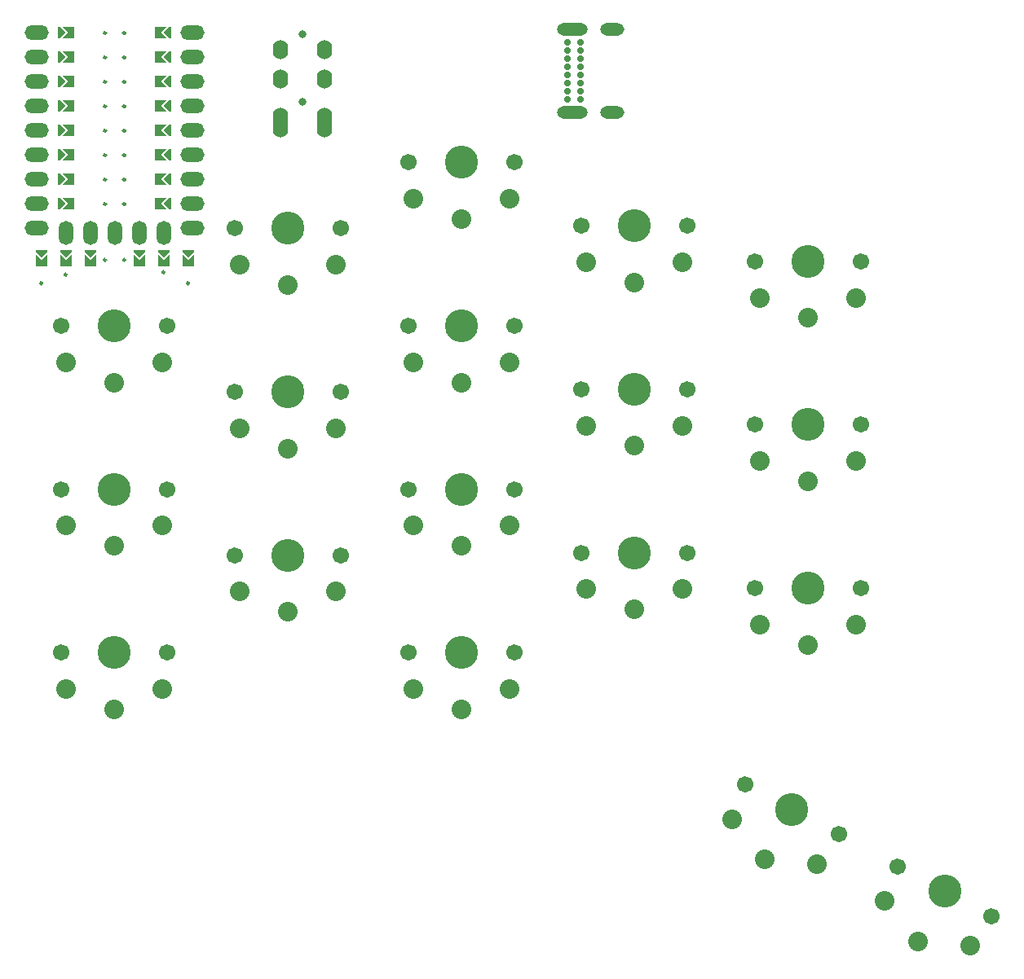
<source format=gbr>
%TF.GenerationSoftware,KiCad,Pcbnew,7.0.6*%
%TF.CreationDate,2023-11-22T12:36:20+08:00*%
%TF.ProjectId,tenten,74656e74-656e-42e6-9b69-6361645f7063,rev?*%
%TF.SameCoordinates,Original*%
%TF.FileFunction,Soldermask,Bot*%
%TF.FilePolarity,Negative*%
%FSLAX46Y46*%
G04 Gerber Fmt 4.6, Leading zero omitted, Abs format (unit mm)*
G04 Created by KiCad (PCBNEW 7.0.6) date 2023-11-22 12:36:20*
%MOMM*%
%LPD*%
G01*
G04 APERTURE LIST*
G04 Aperture macros list*
%AMFreePoly0*
4,1,6,0.600000,-0.250000,-0.600000,-0.250000,-0.600000,1.000000,0.000000,0.400000,0.600000,1.000000,0.600000,-0.250000,0.600000,-0.250000,$1*%
%AMFreePoly1*
4,1,6,0.600000,0.200000,0.000000,-0.400000,-0.600000,0.200000,-0.600000,0.400000,0.600000,0.400000,0.600000,0.200000,0.600000,0.200000,$1*%
G04 Aperture macros list end*
%ADD10C,0.250000*%
%ADD11C,1.701800*%
%ADD12C,3.429000*%
%ADD13C,2.032000*%
%ADD14C,0.700000*%
%ADD15O,3.200000X1.300000*%
%ADD16O,2.500000X1.300000*%
%ADD17FreePoly0,270.000000*%
%ADD18FreePoly0,0.000000*%
%ADD19O,1.500000X2.500000*%
%ADD20FreePoly0,90.000000*%
%ADD21O,2.500000X1.500000*%
%ADD22FreePoly1,90.000000*%
%ADD23FreePoly1,0.000000*%
%ADD24FreePoly1,270.000000*%
%ADD25C,0.800000*%
%ADD26O,1.600000X2.000000*%
G04 APERTURE END LIST*
D10*
%TO.C,U1*%
X64975000Y-64529000D02*
G75*
G03*
X64975000Y-64529000I-125000J0D01*
G01*
X67515000Y-63640000D02*
G75*
G03*
X67515000Y-63640000I-125000J0D01*
G01*
X71595000Y-38510000D02*
G75*
G03*
X71595000Y-38510000I-125000J0D01*
G01*
X71595000Y-41050000D02*
G75*
G03*
X71595000Y-41050000I-125000J0D01*
G01*
X71595000Y-43590000D02*
G75*
G03*
X71595000Y-43590000I-125000J0D01*
G01*
X71595000Y-46130000D02*
G75*
G03*
X71595000Y-46130000I-125000J0D01*
G01*
X71595000Y-48670000D02*
G75*
G03*
X71595000Y-48670000I-125000J0D01*
G01*
X71595000Y-51210000D02*
G75*
G03*
X71595000Y-51210000I-125000J0D01*
G01*
X71595000Y-53750000D02*
G75*
G03*
X71595000Y-53750000I-125000J0D01*
G01*
X71595000Y-56290000D02*
G75*
G03*
X71595000Y-56290000I-125000J0D01*
G01*
X71595000Y-62116000D02*
G75*
G03*
X71595000Y-62116000I-125000J0D01*
G01*
X73595000Y-38510000D02*
G75*
G03*
X73595000Y-38510000I-125000J0D01*
G01*
X73595000Y-41050000D02*
G75*
G03*
X73595000Y-41050000I-125000J0D01*
G01*
X73595000Y-43590000D02*
G75*
G03*
X73595000Y-43590000I-125000J0D01*
G01*
X73595000Y-46130000D02*
G75*
G03*
X73595000Y-46130000I-125000J0D01*
G01*
X73595000Y-48670000D02*
G75*
G03*
X73595000Y-48670000I-125000J0D01*
G01*
X73595000Y-51210000D02*
G75*
G03*
X73595000Y-51210000I-125000J0D01*
G01*
X73595000Y-53750000D02*
G75*
G03*
X73595000Y-53750000I-125000J0D01*
G01*
X73595000Y-56290000D02*
G75*
G03*
X73595000Y-56290000I-125000J0D01*
G01*
X73595000Y-62116000D02*
G75*
G03*
X73595000Y-62116000I-125000J0D01*
G01*
X77675000Y-63386000D02*
G75*
G03*
X77675000Y-63386000I-125000J0D01*
G01*
X80215000Y-64529000D02*
G75*
G03*
X80215000Y-64529000I-125000J0D01*
G01*
%TD*%
D11*
%TO.C,S21*%
X66957924Y-102944857D03*
D12*
X72457924Y-102944857D03*
D11*
X77957924Y-102944857D03*
D13*
X72457924Y-108844857D03*
X67457924Y-106744857D03*
X77457924Y-106744857D03*
%TD*%
D11*
%TO.C,S1*%
X66957924Y-68944857D03*
D12*
X72457924Y-68944857D03*
D11*
X77957924Y-68944857D03*
D13*
X72457924Y-74844857D03*
X67457924Y-72744857D03*
X77457924Y-72744857D03*
%TD*%
D11*
%TO.C,S2*%
X84957924Y-58802857D03*
D12*
X90457924Y-58802857D03*
D11*
X95957924Y-58802857D03*
D13*
X90457924Y-64702857D03*
X85457924Y-62602857D03*
X95457924Y-62602857D03*
%TD*%
D14*
%TO.C,J3*%
X119527800Y-45443800D03*
X119527800Y-44593800D03*
X119527800Y-43743800D03*
X119527800Y-42893800D03*
X119527800Y-42043800D03*
X119527800Y-41193800D03*
X119527800Y-40343800D03*
X119527800Y-39493800D03*
X120877800Y-39493800D03*
X120877800Y-40343800D03*
X120877800Y-41193800D03*
X120877800Y-42043800D03*
X120877800Y-42893800D03*
X120877800Y-43743800D03*
X120877800Y-44593800D03*
X120877800Y-45443800D03*
D15*
X120027800Y-46788800D03*
D16*
X124177800Y-46788800D03*
D15*
X120027800Y-38148800D03*
D16*
X124177800Y-38148800D03*
%TD*%
D11*
%TO.C,S22*%
X84957924Y-92802857D03*
D12*
X90457924Y-92802857D03*
D11*
X95957924Y-92802857D03*
D13*
X90457924Y-98702857D03*
X85457924Y-96602857D03*
X95457924Y-96602857D03*
%TD*%
D11*
%TO.C,S14*%
X120957924Y-75544857D03*
D12*
X126457924Y-75544857D03*
D11*
X131957924Y-75544857D03*
D13*
X126457924Y-81444857D03*
X121457924Y-79344857D03*
X131457924Y-79344857D03*
%TD*%
D11*
%TO.C,S25*%
X138957924Y-96244857D03*
D12*
X144457924Y-96244857D03*
D11*
X149957924Y-96244857D03*
D13*
X144457924Y-102144857D03*
X139457924Y-100044857D03*
X149457924Y-100044857D03*
%TD*%
D11*
%TO.C,S23*%
X102957924Y-85944857D03*
D12*
X108457924Y-85944857D03*
D11*
X113957924Y-85944857D03*
D13*
X108457924Y-91844857D03*
X103457924Y-89744857D03*
X113457924Y-89744857D03*
%TD*%
D11*
%TO.C,S13*%
X102957924Y-68944857D03*
D12*
X108457924Y-68944857D03*
D11*
X113957924Y-68944857D03*
D13*
X108457924Y-74844857D03*
X103457924Y-72744857D03*
X113457924Y-72744857D03*
%TD*%
D11*
%TO.C,S32*%
X153813788Y-125137906D03*
D12*
X158670000Y-127720000D03*
D11*
X163526212Y-130302094D03*
D13*
X155900118Y-132929391D03*
X152471270Y-128727843D03*
X161300746Y-133422559D03*
%TD*%
D11*
%TO.C,S15*%
X138957924Y-79244857D03*
D12*
X144457924Y-79244857D03*
D11*
X149957924Y-79244857D03*
D13*
X144457924Y-85144857D03*
X139457924Y-83044857D03*
X149457924Y-83044857D03*
%TD*%
D11*
%TO.C,S5*%
X138957924Y-62244857D03*
D12*
X144457924Y-62244857D03*
D11*
X149957924Y-62244857D03*
D13*
X144457924Y-68144857D03*
X139457924Y-66044857D03*
X149457924Y-66044857D03*
%TD*%
D17*
%TO.C,U1*%
X76887000Y-38510000D03*
X76887000Y-41050000D03*
X76887000Y-43590000D03*
X76887000Y-46130000D03*
X76887000Y-48670000D03*
X76887000Y-51210000D03*
X76887000Y-53750000D03*
X76887000Y-56290000D03*
D18*
X80090000Y-62503000D03*
X77550000Y-62503000D03*
X75010000Y-62503000D03*
D19*
X72470000Y-59330000D03*
D18*
X69930000Y-62503000D03*
X67390000Y-62503000D03*
X64850000Y-62503000D03*
D20*
X68053000Y-56290000D03*
X68053000Y-53750000D03*
X68053000Y-51210000D03*
X68053000Y-48670000D03*
X68053000Y-46130000D03*
X68053000Y-43590000D03*
X68053000Y-41050000D03*
X68053000Y-38510000D03*
D21*
X64350000Y-38510000D03*
D22*
X67037000Y-38510000D03*
D21*
X64350000Y-41050000D03*
D22*
X67037000Y-41050000D03*
D21*
X64350000Y-43590000D03*
D22*
X67037000Y-43590000D03*
D21*
X64350000Y-46130000D03*
D22*
X67037000Y-46130000D03*
D21*
X64350000Y-48670000D03*
D22*
X67037000Y-48670000D03*
D21*
X64350000Y-51210000D03*
D22*
X67037000Y-51210000D03*
D21*
X64350000Y-53750000D03*
D22*
X67037000Y-53750000D03*
D21*
X64350000Y-56290000D03*
D22*
X67037000Y-56290000D03*
D21*
X64350000Y-58830000D03*
D23*
X64850000Y-61487000D03*
D19*
X67390000Y-59330000D03*
D23*
X67390000Y-61487000D03*
D19*
X69930000Y-59330000D03*
D23*
X69930000Y-61487000D03*
D19*
X75010000Y-59330000D03*
D23*
X75010000Y-61487000D03*
D19*
X77550000Y-59330000D03*
D23*
X77550000Y-61487000D03*
D21*
X80590000Y-58830000D03*
D23*
X80090000Y-61487000D03*
D24*
X77903000Y-56290000D03*
D21*
X80590000Y-56290000D03*
D24*
X77903000Y-53750000D03*
D21*
X80590000Y-53750000D03*
D24*
X77903000Y-51210000D03*
D21*
X80590000Y-51210000D03*
D24*
X77903000Y-48670000D03*
D21*
X80590000Y-48670000D03*
D24*
X77903000Y-46130000D03*
D21*
X80590000Y-46130000D03*
D24*
X77903000Y-43590000D03*
D21*
X80590000Y-43590000D03*
D24*
X77903000Y-41050000D03*
D21*
X80590000Y-41050000D03*
D24*
X77903000Y-38510000D03*
D21*
X80590000Y-38510000D03*
%TD*%
D11*
%TO.C,S4*%
X120957924Y-58544857D03*
D12*
X126457924Y-58544857D03*
D11*
X131957924Y-58544857D03*
D13*
X126457924Y-64444857D03*
X121457924Y-62344857D03*
X131457924Y-62344857D03*
%TD*%
D11*
%TO.C,S24*%
X120957924Y-92544857D03*
D12*
X126457924Y-92544857D03*
D11*
X131957924Y-92544857D03*
D13*
X126457924Y-98444857D03*
X121457924Y-96344857D03*
X131457924Y-96344857D03*
%TD*%
D11*
%TO.C,S30*%
X102957924Y-102944857D03*
D12*
X108457924Y-102944857D03*
D11*
X113957924Y-102944857D03*
D13*
X108457924Y-108844857D03*
X103457924Y-106744857D03*
X113457924Y-106744857D03*
%TD*%
D11*
%TO.C,S12*%
X84957924Y-75802857D03*
D12*
X90457924Y-75802857D03*
D11*
X95957924Y-75802857D03*
D13*
X90457924Y-81702857D03*
X85457924Y-79602857D03*
X95457924Y-79602857D03*
%TD*%
D11*
%TO.C,S31*%
X137937576Y-116665812D03*
D12*
X142793788Y-119247906D03*
D11*
X147650000Y-121830000D03*
D13*
X140023906Y-124457297D03*
X136595058Y-120255749D03*
X145424534Y-124950465D03*
%TD*%
D11*
%TO.C,S3*%
X102957924Y-51944857D03*
D12*
X108457924Y-51944857D03*
D11*
X113957924Y-51944857D03*
D13*
X108457924Y-57844857D03*
X103457924Y-55744857D03*
X113457924Y-55744857D03*
%TD*%
D11*
%TO.C,S11*%
X66957924Y-85944857D03*
D12*
X72457924Y-85944857D03*
D11*
X77957924Y-85944857D03*
D13*
X72457924Y-91844857D03*
X67457924Y-89744857D03*
X77457924Y-89744857D03*
%TD*%
D25*
%TO.C,J1*%
X91980000Y-38670000D03*
X91980000Y-45670000D03*
D26*
X89680000Y-43270000D03*
X94280000Y-43270000D03*
X89680000Y-40270000D03*
X94280000Y-40270000D03*
X89680000Y-48370000D03*
X94280000Y-48370000D03*
X89680000Y-47270000D03*
X94280000Y-47270000D03*
%TD*%
M02*

</source>
